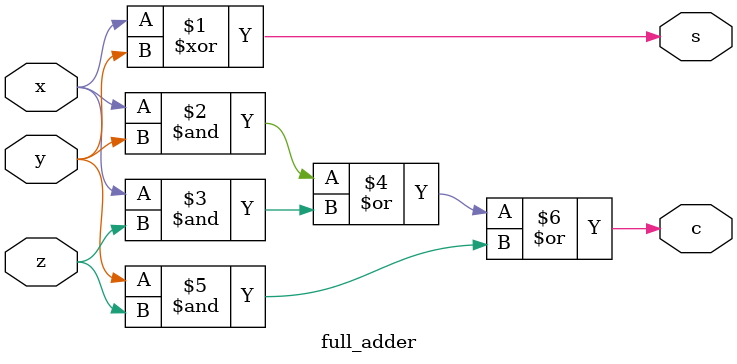
<source format=sv>
module full_adder(input x,y,z,
                  output s, c);

	assign s = x ^ y;
	assign c = (x & y) | (x & z) | (y & z);

endmodule 						

</source>
